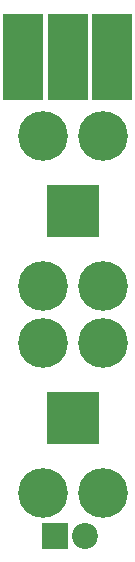
<source format=gbr>
G04 #@! TF.FileFunction,Soldermask,Top*
%FSLAX46Y46*%
G04 Gerber Fmt 4.6, Leading zero omitted, Abs format (unit mm)*
G04 Created by KiCad (PCBNEW 4.0.1-stable) date 2017/10/27 20:03:41*
%MOMM*%
G01*
G04 APERTURE LIST*
%ADD10C,0.100000*%
%ADD11C,4.210000*%
%ADD12R,4.460000X4.460000*%
%ADD13R,2.200000X2.200000*%
%ADD14C,2.200000*%
%ADD15R,3.400000X7.400000*%
G04 APERTURE END LIST*
D10*
D11*
X152540000Y-64350000D03*
X147460000Y-64350000D03*
X147460000Y-51650000D03*
X152540000Y-51650000D03*
D12*
X150000000Y-58000000D03*
D11*
X152540000Y-81850000D03*
X147460000Y-81850000D03*
X147460000Y-69150000D03*
X152540000Y-69150000D03*
D12*
X150000000Y-75500000D03*
D13*
X148500000Y-85500000D03*
D14*
X151040000Y-85500000D03*
D15*
X153310000Y-45000000D03*
X149627000Y-45000000D03*
X145817000Y-45000000D03*
M02*

</source>
